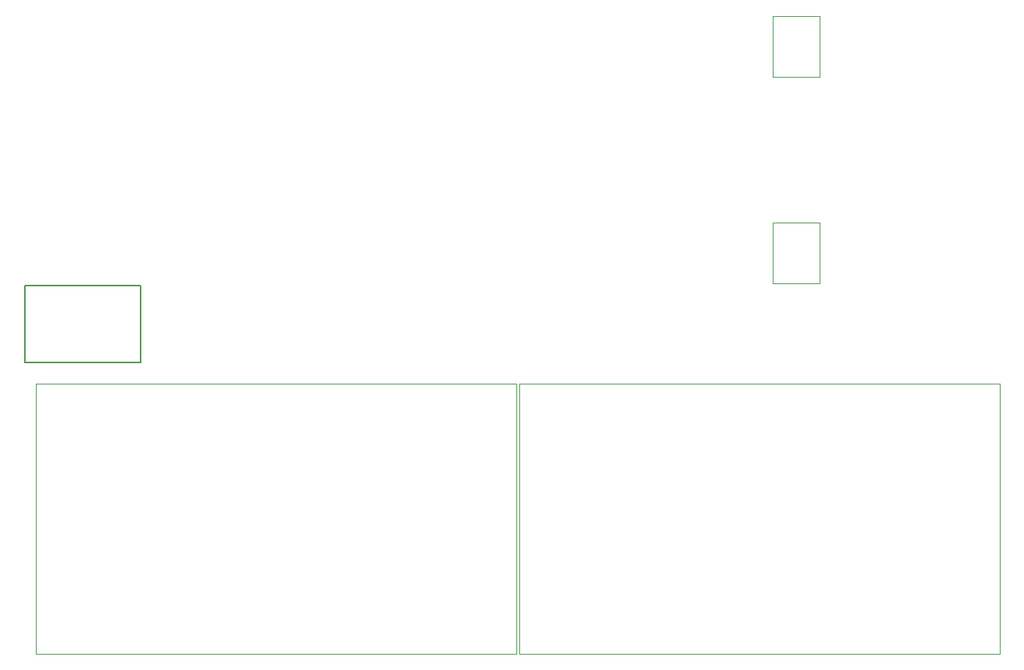
<source format=gbr>
G04 #@! TF.GenerationSoftware,KiCad,Pcbnew,5.1.4-e60b266~84~ubuntu18.04.1*
G04 #@! TF.CreationDate,2019-10-23T15:59:47+01:00*
G04 #@! TF.ProjectId,trans_switch_volt_amp,7472616e-735f-4737-9769-7463685f766f,rev?*
G04 #@! TF.SameCoordinates,Original*
G04 #@! TF.FileFunction,Other,User*
%FSLAX46Y46*%
G04 Gerber Fmt 4.6, Leading zero omitted, Abs format (unit mm)*
G04 Created by KiCad (PCBNEW 5.1.4-e60b266~84~ubuntu18.04.1) date 2019-10-23 15:59:47*
%MOMM*%
%LPD*%
G04 APERTURE LIST*
%ADD10C,0.050000*%
%ADD11C,0.150000*%
G04 APERTURE END LIST*
D10*
X190838000Y-149966000D02*
X190838000Y-118766000D01*
X135338000Y-149966000D02*
X190838000Y-149966000D01*
X135338000Y-118766000D02*
X135338000Y-149966000D01*
X190838000Y-118766000D02*
X135338000Y-118766000D01*
D11*
X91515001Y-107390001D02*
X91515001Y-116280001D01*
X78180001Y-116280001D02*
X91515001Y-116280001D01*
X78180001Y-107390001D02*
X78180001Y-116280001D01*
X78180001Y-107390001D02*
X91515001Y-107390001D01*
D10*
X134958000Y-118766000D02*
X79458000Y-118766000D01*
X79458000Y-118766000D02*
X79458000Y-149966000D01*
X79458000Y-149966000D02*
X134958000Y-149966000D01*
X134958000Y-149966000D02*
X134958000Y-118766000D01*
X169998000Y-107172000D02*
X169998000Y-100072000D01*
X169998000Y-100072000D02*
X164598000Y-100072000D01*
X164598000Y-100072000D02*
X164598000Y-107172000D01*
X164598000Y-107172000D02*
X169998000Y-107172000D01*
X164598000Y-83296000D02*
X169998000Y-83296000D01*
X164598000Y-76196000D02*
X164598000Y-83296000D01*
X169998000Y-76196000D02*
X164598000Y-76196000D01*
X169998000Y-83296000D02*
X169998000Y-76196000D01*
M02*

</source>
